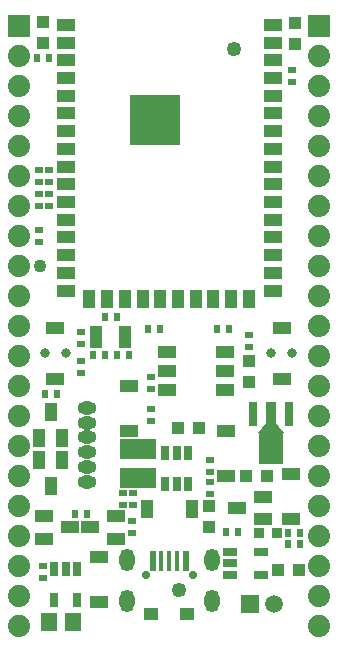
<source format=gbr>
G04 #@! TF.GenerationSoftware,KiCad,Pcbnew,5.1.6-c6e7f7d~87~ubuntu18.04.1*
G04 #@! TF.CreationDate,2020-11-11T15:50:36+02:00*
G04 #@! TF.ProjectId,ESP32-S2-DevKit-USB_Rev_B,45535033-322d-4533-922d-4465764b6974,B*
G04 #@! TF.SameCoordinates,Original*
G04 #@! TF.FileFunction,Soldermask,Top*
G04 #@! TF.FilePolarity,Negative*
%FSLAX46Y46*%
G04 Gerber Fmt 4.6, Leading zero omitted, Abs format (unit mm)*
G04 Created by KiCad (PCBNEW 5.1.6-c6e7f7d~87~ubuntu18.04.1) date 2020-11-11 15:50:36*
%MOMM*%
%LPD*%
G01*
G04 APERTURE LIST*
%ADD10R,1.501600X1.101600*%
%ADD11R,1.101600X1.501600*%
%ADD12R,0.651600X1.301600*%
%ADD13C,1.879600*%
%ADD14R,1.879600X1.879600*%
%ADD15C,0.100000*%
%ADD16R,2.101600X2.701600*%
%ADD17R,0.801600X2.001600*%
%ADD18R,0.901600X2.001600*%
%ADD19R,3.101600X1.701600*%
%ADD20R,1.117600X1.117600*%
%ADD21R,1.101600X1.901600*%
%ADD22R,0.601600X0.651600*%
%ADD23C,1.501600*%
%ADD24R,1.501600X1.501600*%
%ADD25R,0.901600X0.901600*%
%ADD26C,1.101600*%
%ADD27C,1.254000*%
%ADD28R,1.301600X0.651600*%
%ADD29R,0.601600X1.751600*%
%ADD30R,0.426600X1.751600*%
%ADD31C,0.701600*%
%ADD32R,1.201600X1.101600*%
%ADD33O,1.301600X1.901600*%
%ADD34C,0.801600*%
%ADD35R,1.601600X1.001600*%
%ADD36R,0.651600X0.601600*%
%ADD37R,1.601600X1.101600*%
%ADD38R,4.201600X4.201600*%
%ADD39R,1.001600X1.601600*%
%ADD40R,1.201600X1.201600*%
%ADD41R,1.371600X1.625600*%
%ADD42O,1.601600X1.101600*%
G04 APERTURE END LIST*
D10*
X153860500Y-109024500D03*
X153860500Y-105224500D03*
D11*
X145410000Y-108204000D03*
X141610000Y-108204000D03*
D10*
X148336000Y-105405000D03*
X148336000Y-101605000D03*
X140081000Y-101595000D03*
X140081000Y-97795000D03*
X137541000Y-112273000D03*
X137541000Y-116073000D03*
D12*
X143195000Y-103474900D03*
X144145000Y-103474900D03*
X145095000Y-103474900D03*
X145095000Y-106075100D03*
X144145000Y-106075100D03*
X143195000Y-106075100D03*
D13*
X156210000Y-118110000D03*
X156210000Y-74930000D03*
X156210000Y-72390000D03*
X156210000Y-69850000D03*
D14*
X156210000Y-67310000D03*
D13*
X156210000Y-77470000D03*
X156210000Y-80010000D03*
X156210000Y-85090000D03*
X156210000Y-82550000D03*
X156210000Y-87630000D03*
X156210000Y-90170000D03*
X156210000Y-95250000D03*
X156210000Y-92710000D03*
X156210000Y-97790000D03*
X156210000Y-100330000D03*
X156210000Y-105410000D03*
X156210000Y-102870000D03*
X156210000Y-113030000D03*
X156210000Y-115570000D03*
X156210000Y-110490000D03*
X156210000Y-107950000D03*
D15*
G36*
X151034049Y-101727800D02*
G01*
X151822949Y-100826200D01*
X152469051Y-100826200D01*
X153257951Y-101727800D01*
X151034049Y-101727800D01*
G37*
D16*
X152146000Y-102977000D03*
D17*
X150646000Y-100127000D03*
D18*
X152146000Y-100127000D03*
D17*
X153646000Y-100127000D03*
D19*
X140843000Y-103130500D03*
X140843000Y-105530500D03*
D20*
X144272000Y-101346000D03*
X146050000Y-101346000D03*
D21*
X139807000Y-93599000D03*
X137307000Y-93599000D03*
D22*
X137033000Y-95123000D03*
X138049000Y-95123000D03*
X140081000Y-95123000D03*
X139065000Y-95123000D03*
D23*
X152384760Y-116222780D03*
D24*
X150355300Y-116225320D03*
D25*
X151130000Y-110236000D03*
X152654000Y-110236000D03*
D26*
X132588000Y-87630000D03*
D10*
X151475440Y-109026960D03*
X151475440Y-107124500D03*
X149265640Y-108079540D03*
D27*
X144322800Y-115062000D03*
X148971000Y-69215000D03*
D28*
X148687000Y-111826000D03*
X148687000Y-112776000D03*
X148687000Y-113726000D03*
X151287000Y-111826000D03*
X151287000Y-113726000D03*
D29*
X142122500Y-112547000D03*
D30*
X142860000Y-112547000D03*
X143510000Y-112547000D03*
X144160000Y-112547000D03*
D29*
X144897500Y-112547000D03*
D31*
X141510000Y-113797000D03*
X145510000Y-113797000D03*
D32*
X142010000Y-117097000D03*
X145010000Y-117097000D03*
D33*
X139910000Y-115947000D03*
X139910000Y-112477000D03*
X147110000Y-112477000D03*
X147110000Y-115947000D03*
D34*
X134758000Y-94996000D03*
X132958000Y-94996000D03*
D35*
X133858000Y-92819000D03*
X133858000Y-97173000D03*
D20*
X154495500Y-113347500D03*
X152717500Y-113347500D03*
D22*
X154559000Y-110236000D03*
X153543000Y-110236000D03*
X148590000Y-92964000D03*
X147574000Y-92964000D03*
X148336000Y-110109000D03*
X149352000Y-110109000D03*
X154559000Y-111125000D03*
X153543000Y-111125000D03*
D36*
X139573000Y-107823000D03*
X139573000Y-106807000D03*
X140462000Y-106807000D03*
X140462000Y-107823000D03*
X132842000Y-113029999D03*
X132842000Y-114045999D03*
X132461000Y-84582000D03*
X132461000Y-85598000D03*
X132461000Y-81533999D03*
X132461000Y-82549999D03*
X153924000Y-72009000D03*
X153924000Y-70993000D03*
X133350000Y-80518000D03*
X133350000Y-79502000D03*
D35*
X153035000Y-97173000D03*
X153035000Y-92819000D03*
D34*
X152135000Y-94996000D03*
X153935000Y-94996000D03*
D20*
X151765000Y-105410000D03*
X149987000Y-105410000D03*
D36*
X133350000Y-82549999D03*
X133350000Y-81533999D03*
D13*
X130810000Y-118110000D03*
X130810000Y-74930000D03*
X130810000Y-72390000D03*
X130810000Y-69850000D03*
D14*
X130810000Y-67310000D03*
D13*
X130810000Y-77470000D03*
X130810000Y-80010000D03*
X130810000Y-85090000D03*
X130810000Y-82550000D03*
X130810000Y-87630000D03*
X130810000Y-90170000D03*
X130810000Y-95250000D03*
X130810000Y-92710000D03*
X130810000Y-97790000D03*
X130810000Y-100330000D03*
X130810000Y-105410000D03*
X130810000Y-102870000D03*
X130810000Y-113030000D03*
X130810000Y-115570000D03*
X130810000Y-110490000D03*
X130810000Y-107950000D03*
D36*
X132461000Y-79502000D03*
X132461000Y-80518000D03*
X136017000Y-95631000D03*
X136017000Y-96647000D03*
D22*
X138049000Y-91948000D03*
X139065000Y-91948000D03*
X141732000Y-92964000D03*
X142748000Y-92964000D03*
D37*
X143346000Y-94920000D03*
X143346000Y-96520000D03*
X143346000Y-98120000D03*
X148246000Y-98120000D03*
X148246000Y-96520000D03*
X148246000Y-94920000D03*
D38*
X142320000Y-75234000D03*
D35*
X134760000Y-67184000D03*
D24*
X142320000Y-75234000D03*
D35*
X134760000Y-68684000D03*
X134760000Y-70184000D03*
X134760000Y-71684000D03*
X134760000Y-73184000D03*
X134760000Y-74684000D03*
X134760000Y-76184000D03*
X134760000Y-77684000D03*
X134760000Y-79184000D03*
X134760000Y-80684000D03*
X134760000Y-82184000D03*
X134760000Y-83684000D03*
X134760000Y-85184000D03*
X134760000Y-86684000D03*
X134760000Y-88184000D03*
X134760000Y-89684000D03*
D39*
X136760000Y-90434000D03*
X138260000Y-90434000D03*
X139760000Y-90434000D03*
X141260000Y-90434000D03*
X142760000Y-90434000D03*
X144260000Y-90434000D03*
X145760000Y-90434000D03*
X147260000Y-90434000D03*
X148760000Y-90434000D03*
X150260000Y-90434000D03*
D35*
X152260000Y-89684000D03*
X152260000Y-88184000D03*
X152260000Y-86684000D03*
X152260000Y-85184000D03*
X152260000Y-83684000D03*
X152260000Y-82184000D03*
X152260000Y-80684000D03*
X152260000Y-79184000D03*
X152260000Y-77684000D03*
X152260000Y-76184000D03*
X152260000Y-74684000D03*
X152260000Y-73184000D03*
X152260000Y-71684000D03*
X152260000Y-70184000D03*
X152260000Y-68684000D03*
X152260000Y-67184000D03*
D40*
X140820000Y-73734000D03*
X142320000Y-73734000D03*
X143820000Y-73734000D03*
X140820000Y-75234000D03*
X143820000Y-75234000D03*
X140820000Y-76734000D03*
X142320000Y-76734000D03*
X143820000Y-76734000D03*
D36*
X150241000Y-93472000D03*
X150241000Y-94488000D03*
X141986000Y-100711000D03*
X141986000Y-99695000D03*
D41*
X133350000Y-117729000D03*
X135382000Y-117729000D03*
D20*
X150241000Y-95631000D03*
X150241000Y-97409000D03*
X132842000Y-66929000D03*
X132842000Y-68707000D03*
D36*
X136017000Y-94234000D03*
X136017000Y-93218000D03*
X141986000Y-98044000D03*
X141986000Y-97028000D03*
D20*
X154178000Y-67056000D03*
X154178000Y-68834000D03*
D22*
X133350000Y-69977000D03*
X132334000Y-69977000D03*
D12*
X135697000Y-113254000D03*
X134747000Y-113254000D03*
X133797000Y-113254000D03*
X135697000Y-115854000D03*
X133797000Y-115854000D03*
D20*
X146875500Y-107950000D03*
X146875500Y-109728000D03*
D42*
X136525000Y-105868000D03*
X136525000Y-104618000D03*
X136525000Y-103368000D03*
X136525000Y-102118000D03*
X136525000Y-100868000D03*
X136525000Y-99618000D03*
D36*
X146939000Y-104013000D03*
X146939000Y-105029000D03*
X146939000Y-105918000D03*
X146939000Y-106934000D03*
D10*
X132877560Y-108778040D03*
X132877560Y-110680500D03*
X135087360Y-109725460D03*
X136819640Y-109730540D03*
X139029440Y-108775500D03*
X139029440Y-110677960D03*
D11*
X133474460Y-99989640D03*
X134429500Y-102199440D03*
X132527040Y-102199440D03*
D22*
X136525000Y-108585000D03*
X135509000Y-108585000D03*
X132969000Y-98425000D03*
X133985000Y-98425000D03*
D36*
X140335000Y-110236000D03*
X140335000Y-109220000D03*
D11*
X134427000Y-104056000D03*
X132527000Y-104056000D03*
X133477000Y-106256000D03*
M02*

</source>
